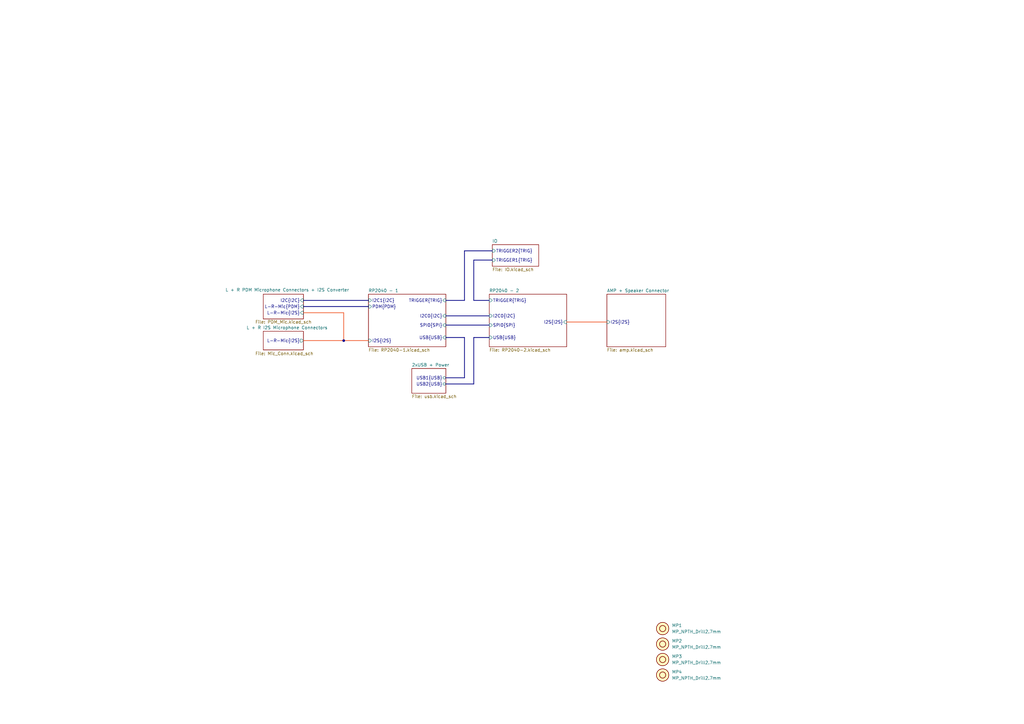
<source format=kicad_sch>
(kicad_sch (version 20231120) (generator "eeschema") (generator_version "8.0")
  (paper "A3")
  (title_block (title "Audio controller board") (date "2025-01-20") (rev "1.2.0"))
  (lib_symbols
    (symbol "antmicroMechanicalParts:MP_NPTH_Drill2.7mm" (pin_names hide) (in_bom no)
      (property "Reference" "MP" (at 15.24 -5.08 0))
      (property "Value" "MP_NPTH_Drill2.7mm" (at 15.24 -7.62 0))
      (symbol "MP_NPTH_Drill2.7mm_1_1"
        (circle (center 0 0) (radius 1.27) (stroke (width 0.254)) (fill (type background)))
        (circle (center 0 0) (radius 2.54) (stroke (width 0.254)) (fill (type background)))
      )
    )
  )
  (bus_alias "I2C" (members "SDA" "SCL"))
  (bus_alias "I2S" (members "SD" "SCK" "WS"))
  (bus_alias "PDM" (members "DATA" "CLOCK"))
  (bus_alias "SPI" (members "MISO" "MOSI" "SCK" "~{CS1}" "~{CS0}"))
  (bus_alias "TRIG" (members "TRIG1" "TRIG2" "TRIG3" "TRIG4"))
  (junction (at 140.97 139.7))
  (bus (pts (xy 124.46 125.73) (xy 151.13 125.73)))
  (bus (pts (xy 124.46 123.19) (xy 151.13 123.19)))
  (bus (pts (xy 194.31 157.48) (xy 194.31 138.43)))
  (bus (pts (xy 190.5 154.94) (xy 190.5 138.43)))
  (bus (pts (xy 182.88 157.48) (xy 194.31 157.48)))
  (bus (pts (xy 194.31 106.68) (xy 201.93 106.68)))
  (bus (pts (xy 140.97 139.7) (xy 151.13 139.7)) (stroke (width 0) (color 241 95 50 1)))
  (bus (pts (xy 182.88 154.94) (xy 190.5 154.94)))
  (bus (pts (xy 182.88 123.19) (xy 190.5 123.19)))
  (bus (pts (xy 124.46 128.27) (xy 140.97 128.27)) (stroke (width 0) (color 241 95 50 1)))
  (bus (pts (xy 194.31 123.19) (xy 200.66 123.19)))
  (bus (pts (xy 124.46 139.7) (xy 140.97 139.7)) (stroke (width 0) (color 241 95 50 1)))
  (bus (pts (xy 182.88 133.35) (xy 200.66 133.35)))
  (bus (pts (xy 194.31 106.68) (xy 194.31 123.19)))
  (bus (pts (xy 190.5 138.43) (xy 182.88 138.43)))
  (bus (pts (xy 140.97 128.27) (xy 140.97 139.7)) (stroke (width 0) (color 241 95 50 1)))
  (bus (pts (xy 182.88 129.54) (xy 200.66 129.54)))
  (bus (pts (xy 194.31 138.43) (xy 200.66 138.43)))
  (bus (pts (xy 190.5 102.87) (xy 201.93 102.87)))
  (bus (pts (xy 232.41 132.08) (xy 248.92 132.08)) (stroke (width 0) (color 241 95 50 1)))
  (bus (pts (xy 190.5 123.19) (xy 190.5 102.87)))
  (symbol (lib_id "antmicroMechanicalParts:MP_NPTH_Drill2.7mm") (at 271.78 264.16 0) (unit 1) (in_bom no)
    (property "Reference" "MP2" (at 275.59 262.89 0) (effects (justify left)))
    (property "Value" "MP_NPTH_Drill2.7mm" (at 275.59 265.43 0) (effects (justify left)))
    (property "Footprint" "antmicro-footprints:MP_NPTH_Drill2.7mm" (effects (hide yes)))
    (property "Description" "Mechanical part" (effects (hide yes)))
    (property "Author" "Antmicro" (effects (hide yes)))
    (property "License" "Apache-2.0" (effects (hide yes)))
  )
  (symbol (lib_id "antmicroMechanicalParts:MP_NPTH_Drill2.7mm") (at 271.78 276.86 0) (unit 1) (in_bom no)
    (property "Reference" "MP4" (at 275.59 275.59 0) (effects (justify left)))
    (property "Value" "MP_NPTH_Drill2.7mm" (at 275.59 278.13 0) (effects (justify left)))
    (property "Footprint" "antmicro-footprints:MP_NPTH_Drill2.7mm" (effects (hide yes)))
    (property "Description" "Mechanical part" (effects (hide yes)))
    (property "Author" "Antmicro" (effects (hide yes)))
    (property "License" "Apache-2.0" (effects (hide yes)))
  )
  (symbol (lib_id "antmicroMechanicalParts:MP_NPTH_Drill2.7mm") (at 271.78 257.81 0) (unit 1) (in_bom no)
    (property "Reference" "MP1" (at 275.59 256.54 0) (effects (justify left)))
    (property "Value" "MP_NPTH_Drill2.7mm" (at 275.59 259.08 0) (effects (justify left)))
    (property "Footprint" "antmicro-footprints:MP_NPTH_Drill2.7mm" (effects (hide yes)))
    (property "Description" "Mechanical part" (effects (hide yes)))
    (property "Author" "Antmicro" (effects (hide yes)))
    (property "License" "Apache-2.0" (effects (hide yes)))
  )
  (symbol (lib_id "antmicroMechanicalParts:MP_NPTH_Drill2.7mm") (at 271.78 270.51 0) (unit 1) (in_bom no)
    (property "Reference" "MP3" (at 275.59 269.24 0) (effects (justify left)))
    (property "Value" "MP_NPTH_Drill2.7mm" (at 275.59 271.78 0) (effects (justify left)))
    (property "Footprint" "antmicro-footprints:MP_NPTH_Drill2.7mm" (effects (hide yes)))
    (property "Description" "Mechanical part" (effects (hide yes)))
    (property "Author" "Antmicro" (effects (hide yes)))
    (property "License" "Apache-2.0" (effects (hide yes)))
  )
  (sheet (at 151.13 120.65) (size 31.75 21.59) (stroke (width 0.1524))
    (property "Sheetname" "RP2040 - 1" (at 151.13 119.9384 0) (effects (justify left bottom)))
    (property "Sheetfile" "RP2040-1.kicad_sch" (at 151.13 142.8246 0) (effects (justify left top)))
    (pin "I2S{I2S}" input (at 151.13 139.7 180))
    (pin "TRIGGER{TRIG}" input (at 182.88 123.19 0))
    (pin "USB{USB}" input (at 182.88 138.43 0))
    (pin "I2C0{I2C}" input (at 182.88 129.54 0))
    (pin "SPI0{SPI}" input (at 182.88 133.35 0))
    (pin "I2C1{I2C}" input (at 151.13 123.19 180))
    (pin "PDM{PDM}" input (at 151.13 125.73 180))
  )
  (sheet (at 201.93 100.33) (size 19.05 8.89) (stroke (width 0.1524))
    (property "Sheetname" "IO" (at 201.93 99.6184 0) (effects (justify left bottom)))
    (property "Sheetfile" "IO.kicad_sch" (at 201.93 109.8046 0) (effects (justify left top)))
    (pin "TRIGGER1{TRIG}" input (at 201.93 106.68 180))
    (pin "TRIGGER2{TRIG}" input (at 201.93 102.87 180))
  )
  (sheet (at 107.95 120.65) (size 16.51 10.16) (stroke (width 0.1524))
    (property "Sheetname" "L + R PDM Microphone Connectors + I2S Converter" (at 92.456 119.634 0) (effects (justify left bottom)))
    (property "Sheetfile" "PDM_Mic.kicad_sch" (at 104.648 131.318 0) (effects (justify left top)))
    (pin "L-R-Mic{I2S}" input (at 124.46 128.27 0))
    (pin "I2C{I2C}" input (at 124.46 123.19 0))
    (pin "L-R-Mic{PDM}" input (at 124.46 125.73 0))
  )
  (sheet (at 168.91 151.13) (size 13.97 10.16) (stroke (width 0.1524))
    (property "Sheetname" "2xUSB + Power" (at 168.91 150.4184 0) (effects (justify left bottom)))
    (property "Sheetfile" "usb.kicad_sch" (at 168.91 161.8746 0) (effects (justify left top)))
    (pin "USB2{USB}" bidirectional (at 182.88 157.48 0))
    (pin "USB1{USB}" bidirectional (at 182.88 154.94 0))
  )
  (sheet (at 248.92 120.65) (size 24.13 21.59) (stroke (width 0.1524))
    (property "Sheetname" "AMP + Speaker Connector" (at 248.92 119.9384 0) (effects (justify left bottom)))
    (property "Sheetfile" "amp.kicad_sch" (at 248.92 142.8246 0) (effects (justify left top)))
    (pin "I2S{I2S}" input (at 248.92 132.08 180))
  )
  (sheet (at 107.95 135.89) (size 16.51 7.62) (stroke (width 0.1524))
    (property "Sheetname" "L + R I2S Microphone Connectors" (at 101.092 135.128 0) (effects (justify left bottom)))
    (property "Sheetfile" "Mic_Conn.kicad_sch" (at 104.648 144.272 0) (effects (justify left top)))
    (pin "L-R-Mic{I2S}" output (at 124.46 139.7 0))
  )
  (sheet (at 200.66 120.65) (size 31.75 21.59) (stroke (width 0.1524))
    (property "Sheetname" "RP2040 - 2" (at 200.66 119.9384 0) (effects (justify left bottom)))
    (property "Sheetfile" "RP2040-2.kicad_sch" (at 200.66 142.8246 0) (effects (justify left top)))
    (pin "TRIGGER{TRIG}" input (at 200.66 123.19 180))
    (pin "USB{USB}" input (at 200.66 138.43 180))
    (pin "I2S{I2S}" input (at 232.41 132.08 0))
    (pin "I2C0{I2C}" input (at 200.66 129.54 180))
    (pin "SPI0{SPI}" input (at 200.66 133.35 180))
  )
)
</source>
